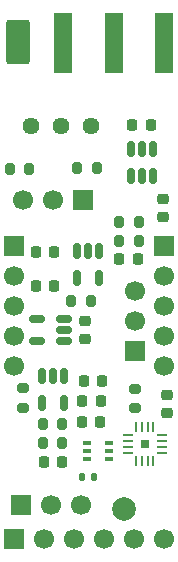
<source format=gbr>
%TF.GenerationSoftware,KiCad,Pcbnew,9.0.2*%
%TF.CreationDate,2025-10-14T11:54:41+02:00*%
%TF.ProjectId,nA_current_shunt_monitor_gum,6e415f63-7572-4726-956e-745f7368756e,rev?*%
%TF.SameCoordinates,Original*%
%TF.FileFunction,Soldermask,Top*%
%TF.FilePolarity,Negative*%
%FSLAX46Y46*%
G04 Gerber Fmt 4.6, Leading zero omitted, Abs format (unit mm)*
G04 Created by KiCad (PCBNEW 9.0.2) date 2025-10-14 11:54:41*
%MOMM*%
%LPD*%
G01*
G04 APERTURE LIST*
G04 Aperture macros list*
%AMRoundRect*
0 Rectangle with rounded corners*
0 $1 Rounding radius*
0 $2 $3 $4 $5 $6 $7 $8 $9 X,Y pos of 4 corners*
0 Add a 4 corners polygon primitive as box body*
4,1,4,$2,$3,$4,$5,$6,$7,$8,$9,$2,$3,0*
0 Add four circle primitives for the rounded corners*
1,1,$1+$1,$2,$3*
1,1,$1+$1,$4,$5*
1,1,$1+$1,$6,$7*
1,1,$1+$1,$8,$9*
0 Add four rect primitives between the rounded corners*
20,1,$1+$1,$2,$3,$4,$5,0*
20,1,$1+$1,$4,$5,$6,$7,0*
20,1,$1+$1,$6,$7,$8,$9,0*
20,1,$1+$1,$8,$9,$2,$3,0*%
G04 Aperture macros list end*
%ADD10R,1.500000X5.080000*%
%ADD11R,1.700000X1.700000*%
%ADD12C,1.700000*%
%ADD13RoundRect,0.200000X-0.200000X-0.275000X0.200000X-0.275000X0.200000X0.275000X-0.200000X0.275000X0*%
%ADD14RoundRect,0.200000X0.200000X0.275000X-0.200000X0.275000X-0.200000X-0.275000X0.200000X-0.275000X0*%
%ADD15RoundRect,0.225000X-0.225000X-0.250000X0.225000X-0.250000X0.225000X0.250000X-0.225000X0.250000X0*%
%ADD16RoundRect,0.225000X0.250000X-0.225000X0.250000X0.225000X-0.250000X0.225000X-0.250000X-0.225000X0*%
%ADD17RoundRect,0.200000X0.275000X-0.200000X0.275000X0.200000X-0.275000X0.200000X-0.275000X-0.200000X0*%
%ADD18RoundRect,0.150000X-0.150000X0.512500X-0.150000X-0.512500X0.150000X-0.512500X0.150000X0.512500X0*%
%ADD19RoundRect,0.062500X-0.375000X-0.062500X0.375000X-0.062500X0.375000X0.062500X-0.375000X0.062500X0*%
%ADD20RoundRect,0.062500X-0.062500X-0.375000X0.062500X-0.375000X0.062500X0.375000X-0.062500X0.375000X0*%
%ADD21R,0.800000X0.800000*%
%ADD22RoundRect,0.225000X-0.250000X0.225000X-0.250000X-0.225000X0.250000X-0.225000X0.250000X0.225000X0*%
%ADD23RoundRect,0.250000X0.750000X-1.650000X0.750000X1.650000X-0.750000X1.650000X-0.750000X-1.650000X0*%
%ADD24RoundRect,0.100000X0.225000X0.100000X-0.225000X0.100000X-0.225000X-0.100000X0.225000X-0.100000X0*%
%ADD25C,1.440000*%
%ADD26RoundRect,0.225000X0.225000X0.250000X-0.225000X0.250000X-0.225000X-0.250000X0.225000X-0.250000X0*%
%ADD27RoundRect,0.218750X0.218750X0.256250X-0.218750X0.256250X-0.218750X-0.256250X0.218750X-0.256250X0*%
%ADD28RoundRect,0.135000X0.135000X0.185000X-0.135000X0.185000X-0.135000X-0.185000X0.135000X-0.185000X0*%
%ADD29C,2.000000*%
%ADD30RoundRect,0.150000X0.512500X0.150000X-0.512500X0.150000X-0.512500X-0.150000X0.512500X-0.150000X0*%
G04 APERTURE END LIST*
D10*
%TO.C,J1*%
X131725000Y-69325000D03*
X127475000Y-69325000D03*
X135975000Y-69325000D03*
%TD*%
D11*
%TO.C,CG1*%
X123320000Y-86485000D03*
D12*
X123320000Y-89025000D03*
X123320000Y-91565000D03*
X123320000Y-94105000D03*
X123320000Y-96645000D03*
D11*
X136020000Y-86485000D03*
D12*
X136020000Y-89025000D03*
X136020000Y-91565000D03*
X136020000Y-94105000D03*
X136020000Y-96645000D03*
D11*
X123320000Y-111250000D03*
D12*
X125860000Y-111250000D03*
X128400000Y-111250000D03*
X130940000Y-111250000D03*
X133480000Y-111250000D03*
X136020000Y-111250000D03*
%TD*%
D13*
%TO.C,R4*%
X122950000Y-79930000D03*
X124600000Y-79930000D03*
%TD*%
D14*
%TO.C,R2*%
X133860000Y-84430000D03*
X132210000Y-84430000D03*
%TD*%
D15*
%TO.C,C5*%
X129010000Y-101380000D03*
X130560000Y-101380000D03*
%TD*%
D16*
%TO.C,C6*%
X136290000Y-100660000D03*
X136290000Y-99110000D03*
%TD*%
D17*
%TO.C,R9*%
X124090000Y-100160000D03*
X124090000Y-98510000D03*
%TD*%
D15*
%TO.C,C10*%
X125170000Y-89860000D03*
X126720000Y-89860000D03*
%TD*%
D18*
%TO.C,U3*%
X127540000Y-97495000D03*
X126590000Y-97495000D03*
X125640000Y-97495000D03*
X125640000Y-99770000D03*
X127540000Y-99770000D03*
%TD*%
D19*
%TO.C,U2*%
X132912500Y-102522500D03*
X132912500Y-103022500D03*
X132912500Y-103522500D03*
X132912500Y-104022500D03*
D20*
X133600000Y-104710000D03*
X134100000Y-104710000D03*
X134600000Y-104710000D03*
X135100000Y-104710000D03*
D19*
X135787500Y-104022500D03*
X135787500Y-103522500D03*
X135787500Y-103022500D03*
X135787500Y-102522500D03*
D20*
X135100000Y-101835000D03*
X134600000Y-101835000D03*
X134100000Y-101835000D03*
X133600000Y-101835000D03*
D21*
X134350000Y-103272500D03*
%TD*%
D17*
%TO.C,R7*%
X133530000Y-100200000D03*
X133530000Y-98550000D03*
%TD*%
D11*
%TO.C,J2*%
X133560000Y-95410000D03*
D12*
X133560000Y-92870000D03*
X133560000Y-90330000D03*
%TD*%
D16*
%TO.C,C3*%
X129290000Y-94340000D03*
X129290000Y-92790000D03*
%TD*%
D18*
%TO.C,U4*%
X135075000Y-78237500D03*
X134125000Y-78237500D03*
X133175000Y-78237500D03*
X133175000Y-80512500D03*
X134125000Y-80512500D03*
X135075000Y-80512500D03*
%TD*%
D22*
%TO.C,C1*%
X135875000Y-82475000D03*
X135875000Y-84025000D03*
%TD*%
D15*
%TO.C,C2*%
X133325000Y-76275000D03*
X134875000Y-76275000D03*
%TD*%
D13*
%TO.C,R6*%
X128130000Y-91130000D03*
X129780000Y-91130000D03*
%TD*%
D23*
%TO.C,TP14*%
X123650000Y-69200000D03*
%TD*%
D24*
%TO.C,IC6*%
X131340000Y-104490000D03*
X131340000Y-103840000D03*
X131340000Y-103190000D03*
X129440000Y-103190000D03*
X129440000Y-103840000D03*
X129440000Y-104490000D03*
%TD*%
D13*
%TO.C,R3*%
X132210000Y-86020000D03*
X133860000Y-86020000D03*
%TD*%
D25*
%TO.C,RV1*%
X124730000Y-76290000D03*
X127270000Y-76290000D03*
X129810000Y-76290000D03*
%TD*%
D26*
%TO.C,C8*%
X127375000Y-104750000D03*
X125825000Y-104750000D03*
%TD*%
D27*
%TO.C,D1*%
X133785000Y-87600000D03*
X132210000Y-87600000D03*
%TD*%
D15*
%TO.C,C7*%
X129075000Y-99580000D03*
X130625000Y-99580000D03*
%TD*%
D28*
%TO.C,R13*%
X130110000Y-106075000D03*
X129090000Y-106075000D03*
%TD*%
D14*
%TO.C,R8*%
X127395000Y-101540000D03*
X125745000Y-101540000D03*
%TD*%
D11*
%TO.C,J3*%
X129155000Y-82615000D03*
D12*
X126615000Y-82615000D03*
X124075000Y-82615000D03*
%TD*%
D29*
%TO.C,TP2*%
X132625000Y-108750000D03*
%TD*%
D30*
%TO.C,U5*%
X127487500Y-94522500D03*
X127487500Y-93572500D03*
X127487500Y-92622500D03*
X125212500Y-92622500D03*
X125212500Y-94522500D03*
%TD*%
D18*
%TO.C,U1*%
X130530000Y-86900000D03*
X129580000Y-86900000D03*
X128630000Y-86900000D03*
X128630000Y-89175000D03*
X130530000Y-89175000D03*
%TD*%
D11*
%TO.C,J7*%
X123920000Y-108400000D03*
D12*
X126460000Y-108400000D03*
X129000000Y-108400000D03*
%TD*%
D14*
%TO.C,R5*%
X130310000Y-79890000D03*
X128660000Y-79890000D03*
%TD*%
%TO.C,R10*%
X127400000Y-103130000D03*
X125750000Y-103130000D03*
%TD*%
D15*
%TO.C,C9*%
X129235000Y-97870000D03*
X130785000Y-97870000D03*
%TD*%
D26*
%TO.C,C4*%
X126670000Y-86980000D03*
X125120000Y-86980000D03*
%TD*%
M02*

</source>
